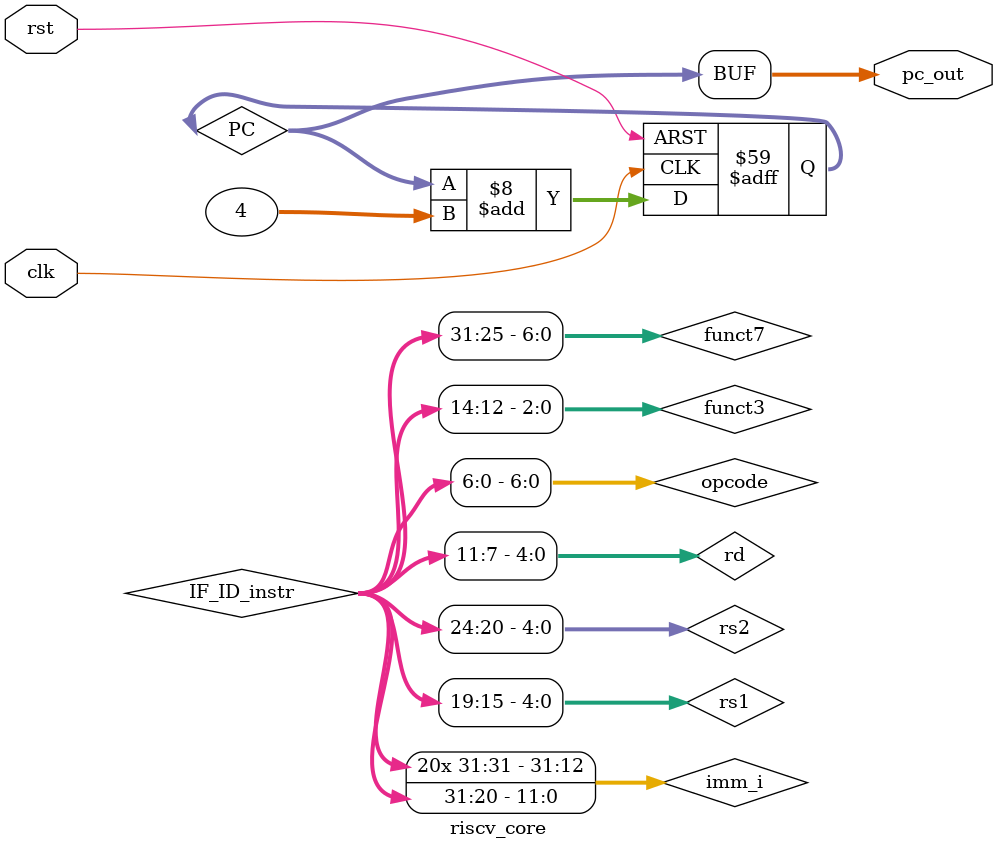
<source format=v>
module riscv_core(
    output wire [31:0] pc_out,
    input wire clk,
    input wire rst
);

    // Program Counter
    reg [31:0] PC;
    assign pc_out = PC;

    // Instruction Memory (simple ROM)
    reg [31:0] instr_mem [0:255];
    wire [31:0] instr;

    // Pipeline Registers
    reg [31:0] IF_ID_instr, IF_ID_pc;
    reg [31:0] ID_EX_pc, ID_EX_reg1, ID_EX_reg2;
    reg [4:0] ID_EX_rd;
    reg [31:0] EX_MEM_alu_out;
    reg [4:0] EX_MEM_rd;
    reg [31:0] MEM_WB_data;
    reg [4:0] MEM_WB_rd;

    // Register File
    reg [31:0] regs[0:31];

    wire [4:0] rs1 = IF_ID_instr[19:15];
    wire [4:0] rs2 = IF_ID_instr[24:20];
    wire [4:0] rd  = IF_ID_instr[11:7];

    wire [6:0] opcode = IF_ID_instr[6:0];
    wire [2:0] funct3 = IF_ID_instr[14:12];
    wire [6:0] funct7 = IF_ID_instr[31:25];
    wire [31:0] imm_i = {{20{IF_ID_instr[31]}}, IF_ID_instr[31:20]}; // Immediate for I-type

    // ALU
    reg [31:0] alu_out;
	 
    // Stage 1: Instruction Fetch (IF)
    assign instr = instr_mem[PC[9:2]];
    always @(posedge clk or posedge rst) begin
        if (rst) begin
            PC <= 0;
        end else begin
            PC <= PC + 4;
        end
    end
    // Stage 2: Instruction Decode (ID)
    always @(posedge clk) begin
        IF_ID_instr <= instr;
        IF_ID_pc <= PC;
    end
    always @(posedge clk) begin
        ID_EX_pc <= IF_ID_pc;
        ID_EX_reg1 <= regs[rs1];
        ID_EX_reg2 <= regs[rs2];
        ID_EX_rd <= rd;
    end
    // Stage 3: Execute (EX)
    always @(posedge clk) begin
        case (funct3)
            3'b000: alu_out <= ID_EX_reg1 + imm_i; 
            default: alu_out <= 0;
        endcase
        EX_MEM_alu_out <= alu_out;
        EX_MEM_rd <= ID_EX_rd;
    end
    // Stage 4: Memory Access (MEM)
    always @(posedge clk) begin
        MEM_WB_data <= EX_MEM_alu_out;
        MEM_WB_rd <= EX_MEM_rd;
    end
    // Stage 5: Write Back (WB)
    always @(posedge clk) begin
        if (MEM_WB_rd != 0) begin
            regs[MEM_WB_rd] <= MEM_WB_data;
        end
    end
    // Initialize
    initial begin
        PC = 0;
        regs[0] = 0;
        regs[1] = 5;
        regs[2] = 10;
        instr_mem[0] = 32'b000000000010_00001_000_00011_0010011; // addi x3, x1, 2
    end
endmodule

</source>
